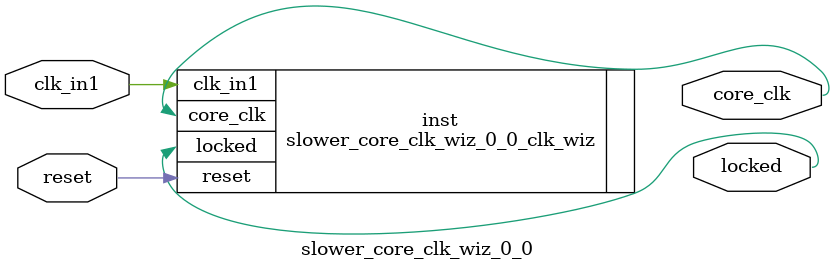
<source format=v>


`timescale 1ps/1ps

(* CORE_GENERATION_INFO = "slower_core_clk_wiz_0_0,clk_wiz_v6_0_12_0_0,{component_name=slower_core_clk_wiz_0_0,use_phase_alignment=true,use_min_o_jitter=false,use_max_i_jitter=false,use_dyn_phase_shift=false,use_inclk_switchover=false,use_dyn_reconfig=false,enable_axi=0,feedback_source=FDBK_AUTO,PRIMITIVE=MMCM,num_out_clk=1,clkin1_period=8.000,clkin2_period=10.000,use_power_down=false,use_reset=true,use_locked=true,use_inclk_stopped=false,feedback_type=SINGLE,CLOCK_MGR_TYPE=NA,manual_override=false}" *)

module slower_core_clk_wiz_0_0 
 (
  // Clock out ports
  output        core_clk,
  // Status and control signals
  input         reset,
  output        locked,
 // Clock in ports
  input         clk_in1
 );

  slower_core_clk_wiz_0_0_clk_wiz inst
  (
  // Clock out ports  
  .core_clk(core_clk),
  // Status and control signals               
  .reset(reset), 
  .locked(locked),
 // Clock in ports
  .clk_in1(clk_in1)
  );

endmodule

</source>
